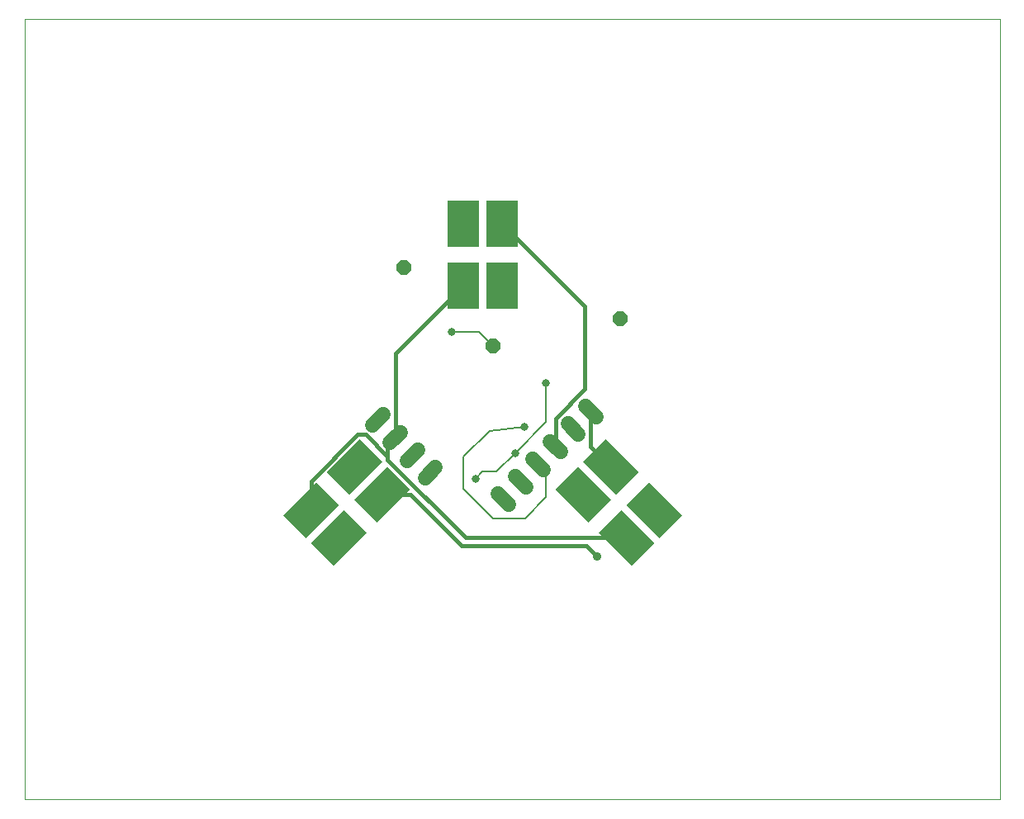
<source format=gbl>
G75*
%MOIN*%
%OFA0B0*%
%FSLAX24Y24*%
%IPPOS*%
%LPD*%
%AMOC8*
5,1,8,0,0,1.08239X$1,22.5*
%
%ADD10C,0.0000*%
%ADD11C,0.0600*%
%ADD12C,0.0120*%
%ADD13R,0.1299X0.1890*%
%ADD14OC8,0.0600*%
%ADD15C,0.0160*%
%ADD16C,0.0317*%
%ADD17C,0.0080*%
%ADD18C,0.0356*%
D10*
X000100Y000100D02*
X000100Y031596D01*
X039470Y031596D01*
X039470Y000100D01*
X000100Y000100D01*
D11*
X016269Y013087D02*
X016693Y013511D01*
X015986Y014219D02*
X015561Y013794D01*
X014854Y014501D02*
X015279Y014926D01*
X014571Y015633D02*
X014147Y015209D01*
X019210Y012434D02*
X019634Y012010D01*
X020341Y012717D02*
X019917Y013141D01*
X020624Y013849D02*
X021049Y013424D01*
X021756Y014131D02*
X021331Y014556D01*
X022039Y015263D02*
X022463Y014839D01*
X023170Y015546D02*
X022746Y015970D01*
D12*
X018841Y018371D02*
X018781Y018311D01*
X018781Y018509D01*
X018921Y018649D01*
X019119Y018649D01*
X019259Y018509D01*
X019259Y018311D01*
X019119Y018171D01*
X018921Y018171D01*
X018781Y018311D01*
X018871Y018348D01*
X018871Y018472D01*
X018958Y018559D01*
X019082Y018559D01*
X019169Y018472D01*
X019169Y018348D01*
X019082Y018261D01*
X018958Y018261D01*
X018871Y018348D01*
X018961Y018385D01*
X018961Y018435D01*
X018995Y018469D01*
X019045Y018469D01*
X019079Y018435D01*
X019079Y018385D01*
X019045Y018351D01*
X018995Y018351D01*
X018961Y018385D01*
D13*
X019387Y020860D03*
X017813Y020860D03*
X017813Y023340D03*
X019387Y023340D03*
G36*
X022653Y013743D02*
X023571Y014661D01*
X024907Y013325D01*
X023989Y012407D01*
X022653Y013743D01*
G37*
G36*
X021539Y012629D02*
X022457Y013547D01*
X023793Y012211D01*
X022875Y011293D01*
X021539Y012629D01*
G37*
G36*
X023293Y010875D02*
X024211Y011793D01*
X025547Y010457D01*
X024629Y009539D01*
X023293Y010875D01*
G37*
G36*
X024407Y011989D02*
X025325Y012907D01*
X026661Y011571D01*
X025743Y010653D01*
X024407Y011989D01*
G37*
G36*
X014743Y013547D02*
X015661Y012629D01*
X014325Y011293D01*
X013407Y012211D01*
X014743Y013547D01*
G37*
G36*
X013629Y014661D02*
X014547Y013743D01*
X013211Y012407D01*
X012293Y013325D01*
X013629Y014661D01*
G37*
G36*
X011875Y012907D02*
X012793Y011989D01*
X011457Y010653D01*
X010539Y011571D01*
X011875Y012907D01*
G37*
G36*
X012989Y011793D02*
X013907Y010875D01*
X012571Y009539D01*
X011653Y010457D01*
X012989Y011793D01*
G37*
D14*
X024140Y019520D03*
X015420Y021570D03*
D15*
X017813Y020860D02*
X015066Y018114D01*
X015066Y014714D01*
X014760Y014407D01*
X014760Y013960D01*
X013890Y014830D01*
X013540Y014830D01*
X011666Y012956D01*
X011666Y011780D01*
X014534Y012420D02*
X015680Y012420D01*
X017740Y010360D01*
X022790Y010360D01*
X023230Y009920D01*
X024420Y010666D02*
X017904Y010666D01*
X014760Y013810D01*
X014760Y013960D01*
X021544Y014344D02*
X021544Y015494D01*
X022730Y016680D01*
X022730Y019998D01*
X019387Y023340D01*
X022958Y015758D02*
X022958Y014356D01*
X023780Y013534D01*
D16*
X020290Y015140D03*
X019910Y014090D03*
X018300Y013030D03*
X021160Y016910D03*
X017340Y018970D03*
D17*
X018460Y018970D01*
X019020Y018410D01*
X021160Y016910D02*
X021160Y015340D01*
X019910Y014090D01*
X019160Y013340D01*
X018580Y013340D01*
X018300Y013060D01*
X018300Y013030D01*
X017830Y012660D02*
X019030Y011460D01*
X020320Y011460D01*
X021160Y012300D01*
X021160Y013313D01*
X020836Y013636D01*
X020290Y015140D02*
X018870Y014970D01*
X017830Y013930D01*
X017830Y012660D01*
D18*
X023230Y009920D03*
M02*

</source>
